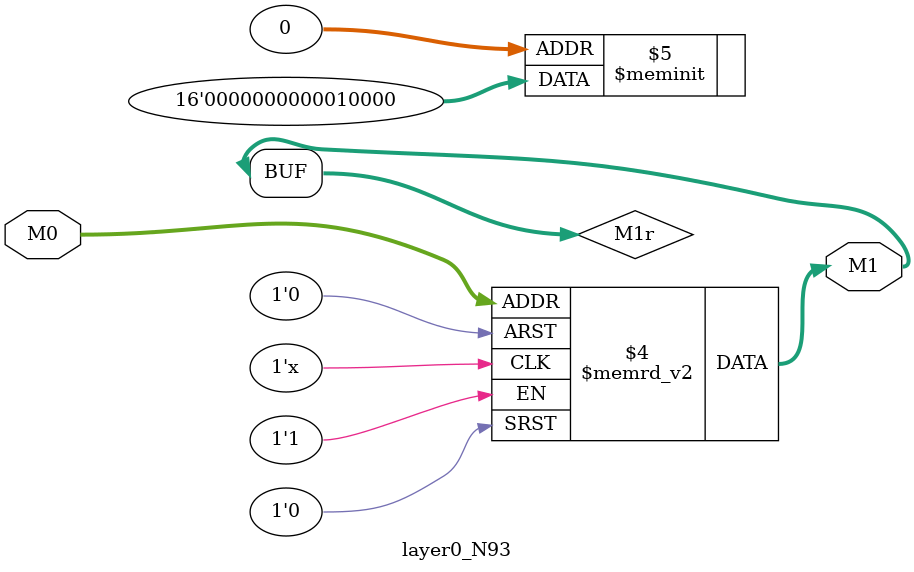
<source format=v>
module layer0_N93 ( input [2:0] M0, output [1:0] M1 );

	(*rom_style = "distributed" *) reg [1:0] M1r;
	assign M1 = M1r;
	always @ (M0) begin
		case (M0)
			3'b000: M1r = 2'b00;
			3'b100: M1r = 2'b00;
			3'b010: M1r = 2'b01;
			3'b110: M1r = 2'b00;
			3'b001: M1r = 2'b00;
			3'b101: M1r = 2'b00;
			3'b011: M1r = 2'b00;
			3'b111: M1r = 2'b00;

		endcase
	end
endmodule

</source>
